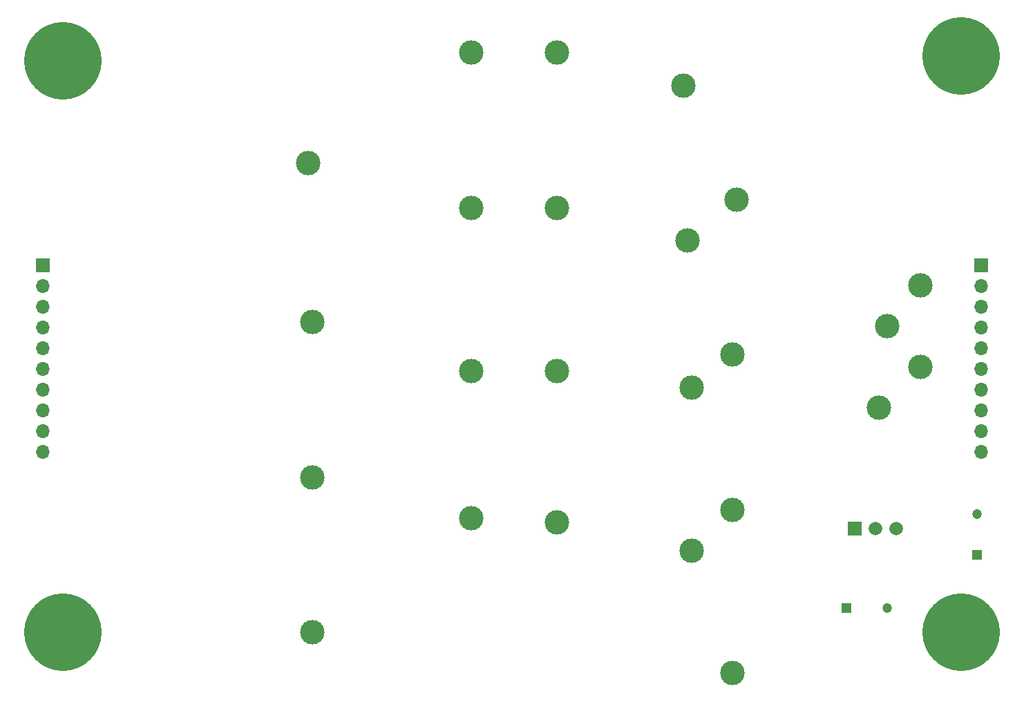
<source format=gbr>
%TF.GenerationSoftware,KiCad,Pcbnew,9.0.0*%
%TF.CreationDate,2025-04-30T17:51:35-07:00*%
%TF.ProjectId,IsolatedVoltageSensor,49736f6c-6174-4656-9456-6f6c74616765,rev?*%
%TF.SameCoordinates,Original*%
%TF.FileFunction,Soldermask,Bot*%
%TF.FilePolarity,Negative*%
%FSLAX46Y46*%
G04 Gerber Fmt 4.6, Leading zero omitted, Abs format (unit mm)*
G04 Created by KiCad (PCBNEW 9.0.0) date 2025-04-30 17:51:35*
%MOMM*%
%LPD*%
G01*
G04 APERTURE LIST*
%ADD10R,1.665000X1.665000*%
%ADD11C,1.665000*%
%ADD12C,9.500000*%
%ADD13C,3.000000*%
%ADD14R,1.200000X1.200000*%
%ADD15C,1.200000*%
%ADD16R,1.700000X1.700000*%
%ADD17O,1.700000X1.700000*%
G04 APERTURE END LIST*
D10*
%TO.C,PS1*%
X191960000Y-122275000D03*
D11*
X194500000Y-122275000D03*
X197040000Y-122275000D03*
%TD*%
D12*
%TO.C,H4*%
X95000000Y-135000000D03*
%TD*%
D13*
%TO.C,TP18*%
X171000000Y-68000000D03*
%TD*%
%TO.C,TP22*%
X155500000Y-103000000D03*
%TD*%
%TO.C,TP11*%
X145000000Y-103000000D03*
%TD*%
%TO.C,TP10*%
X177000000Y-120000000D03*
%TD*%
%TO.C,TP8*%
X172000000Y-105000000D03*
%TD*%
%TO.C,TP5*%
X177000000Y-140000000D03*
%TD*%
%TO.C,TP3*%
X172000000Y-125000000D03*
%TD*%
%TO.C,TP2*%
X125500000Y-135000000D03*
%TD*%
%TO.C,TP14*%
X196000000Y-97500000D03*
%TD*%
D14*
%TO.C,C1*%
X191000000Y-132000000D03*
D15*
X196000000Y-132000000D03*
%TD*%
D13*
%TO.C,TP1*%
X145000000Y-64000000D03*
%TD*%
%TO.C,TP16*%
X145000000Y-121000000D03*
%TD*%
%TO.C,TP17*%
X125000000Y-77500000D03*
%TD*%
%TO.C,TP15*%
X177000000Y-101000000D03*
%TD*%
%TO.C,TP6*%
X145000000Y-83000000D03*
%TD*%
%TO.C,TP23*%
X155500000Y-83000000D03*
%TD*%
D12*
%TO.C,H2*%
X205000000Y-135000000D03*
%TD*%
D13*
%TO.C,TP24*%
X155500000Y-64000000D03*
%TD*%
%TO.C,TP20*%
X177500000Y-82000000D03*
%TD*%
D12*
%TO.C,H3*%
X95000000Y-65000000D03*
%TD*%
D13*
%TO.C,TP21*%
X155500000Y-121500000D03*
%TD*%
%TO.C,TP4*%
X195000000Y-107500000D03*
%TD*%
%TO.C,TP7*%
X125500000Y-116000000D03*
%TD*%
D12*
%TO.C,H1*%
X205000000Y-64350000D03*
%TD*%
D13*
%TO.C,TP12*%
X125500000Y-97000000D03*
%TD*%
%TO.C,TP13*%
X171500000Y-87000000D03*
%TD*%
D14*
%TO.C,C4*%
X207000000Y-125500000D03*
D15*
X207000000Y-120500000D03*
%TD*%
D13*
%TO.C,TP9*%
X200000000Y-92500000D03*
%TD*%
%TO.C,TP19*%
X200000000Y-102500000D03*
%TD*%
D16*
%TO.C,J1*%
X92500000Y-90000000D03*
D17*
X92500000Y-92540000D03*
X92500000Y-95080000D03*
X92500000Y-97620000D03*
X92500000Y-100160000D03*
X92500000Y-102700000D03*
X92500000Y-105240000D03*
X92500000Y-107780000D03*
X92500000Y-110320000D03*
X92500000Y-112860000D03*
%TD*%
D16*
%TO.C,J2*%
X207500000Y-90000000D03*
D17*
X207500000Y-92540000D03*
X207500000Y-95080000D03*
X207500000Y-97620000D03*
X207500000Y-100160000D03*
X207500000Y-102700000D03*
X207500000Y-105240000D03*
X207500000Y-107780000D03*
X207500000Y-110320000D03*
X207500000Y-112860000D03*
%TD*%
M02*

</source>
